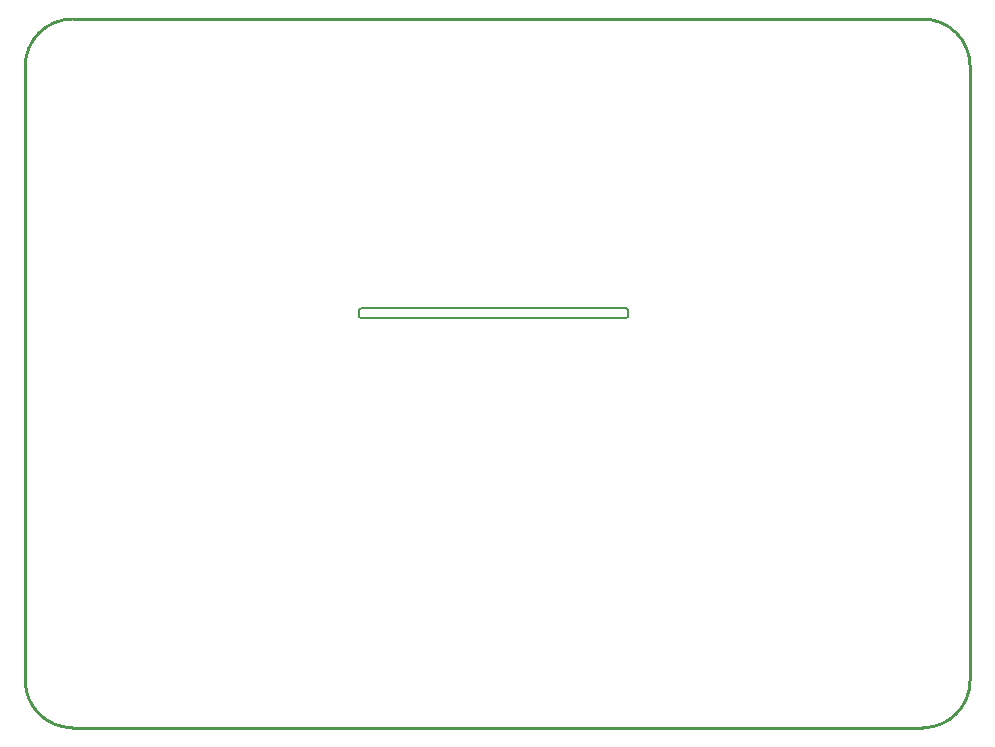
<source format=gm1>
G04*
G04 #@! TF.GenerationSoftware,Altium Limited,Altium Designer,18.1.9 (240)*
G04*
G04 Layer_Color=16711935*
%FSLAX25Y25*%
%MOIN*%
G70*
G01*
G75*
%ADD10C,0.01000*%
%ADD18C,0.00600*%
D10*
X299720Y1236D02*
G03*
X315480Y16978I9J15751D01*
G01*
X315480Y221709D02*
G03*
X299720Y237457I-15754J-6D01*
G01*
X16319D02*
G03*
X520Y221709I-26J-15774D01*
G01*
X520Y16937D02*
G03*
X16268Y1236I15725J23D01*
G01*
X520Y16937D02*
Y221709D01*
X16319Y237457D02*
X299720D01*
X315480Y16978D02*
Y222236D01*
X16268Y1236D02*
X299720D01*
D02*
G03*
X315480Y16978I9J15751D01*
G01*
X315480Y221709D02*
G03*
X299720Y237457I-15754J-6D01*
G01*
X16319D02*
G03*
X520Y221709I-26J-15774D01*
G01*
X520Y16937D02*
G03*
X16268Y1236I15725J23D01*
G01*
X520Y16937D02*
Y221709D01*
X16319Y237457D02*
X299720D01*
X315480Y16978D02*
Y222236D01*
X16268Y1236D02*
X299720D01*
D18*
X201307Y138244D02*
Y140618D01*
X111937Y138244D02*
Y140606D01*
Y138244D02*
X112331Y137850D01*
X200913D01*
X201307Y138244D01*
X200925Y141000D02*
X201307Y140618D01*
X112331Y141000D02*
X200925D01*
X111937Y140606D02*
X112331Y141000D01*
X201307Y138244D02*
Y140618D01*
X111937Y138244D02*
Y140606D01*
Y138244D02*
X112331Y137850D01*
X200913D01*
X201307Y138244D01*
X200925Y141000D02*
X201307Y140618D01*
X112331Y141000D02*
X200925D01*
X111937Y140606D02*
X112331Y141000D01*
M02*

</source>
